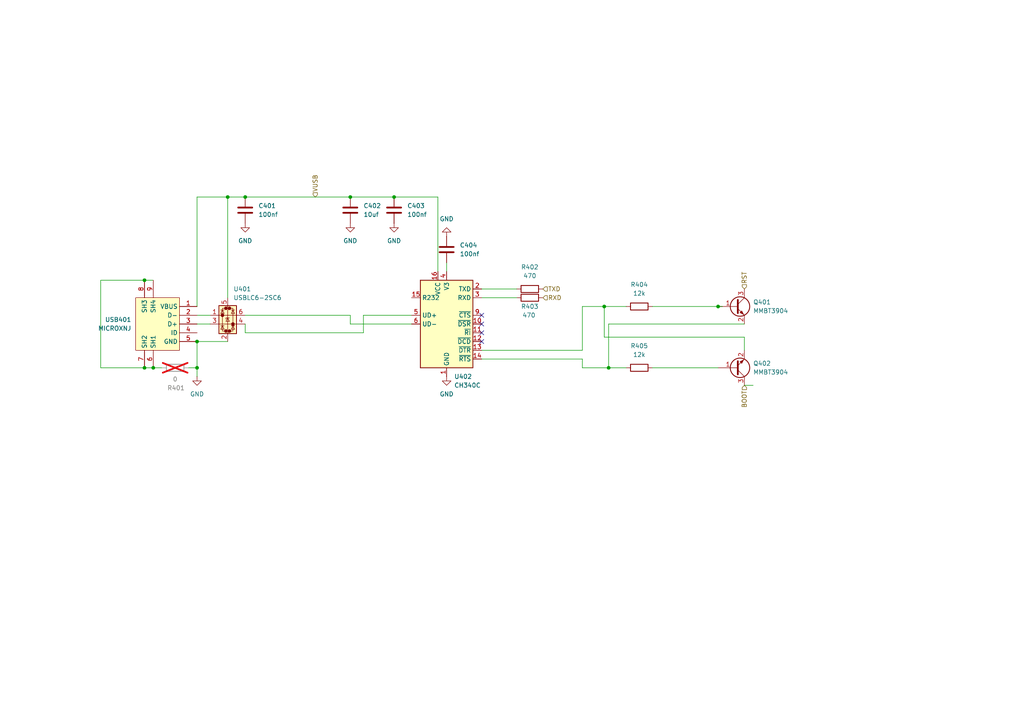
<source format=kicad_sch>
(kicad_sch (version 20231120) (generator "eeschema") (generator_version "8.0")
  (paper "A4")
  (lib_symbols
    (symbol "Device:C" (pin_numbers hide) (pin_names (offset 0.254))
      (property "Reference" "C" (at 0.635 2.54 0))
      (property "Value" "C" (at 0.635 -2.54 0))
      (symbol "C_0_1"
        (polyline (pts (xy -2.032 -0.762) (xy 2.032 -0.762)) (stroke (width 0.508)))
        (polyline (pts (xy -2.032 0.762) (xy 2.032 0.762)) (stroke (width 0.508)))
      )
      (symbol "C_1_1"
        (pin passive line (at 0 3.81 270) (length 2.794) (name "~") (number "1"))
        (pin passive line (at 0 -3.81 90) (length 2.794) (name "~") (number "2"))
      )
    )
    (symbol "Device:R" (pin_numbers hide) (pin_names (offset 0))
      (property "Reference" "R" (at 2.032 0 90))
      (property "Value" "R" (at 0 0 90))
      (symbol "R_0_1"
        (rectangle (start -1.016 -2.54) (end 1.016 2.54) (stroke (width 0.254)))
      )
      (symbol "R_1_1"
        (pin passive line (at 0 3.81 270) (length 1.27) (name "~") (number "1"))
        (pin passive line (at 0 -3.81 90) (length 1.27) (name "~") (number "2"))
      )
    )
    (symbol "Interface_USB:CH340C"
      (property "Reference" "U" (at -5.08 13.97 0))
      (property "Value" "CH340C" (at 1.27 13.97 0))
      (symbol "CH340C_0_1"
        (rectangle (start -7.62 12.7) (end 7.62 -12.7) (stroke (width 0.254)) (fill (type background)))
      )
      (symbol "CH340C_1_1"
        (pin power_in line (at 0 -15.24 90) (length 2.54) (name "GND") (number "1"))
        (pin input line (at 10.16 0 180) (length 2.54) (name "~{DSR}") (number "10"))
        (pin input line (at 10.16 -2.54 180) (length 2.54) (name "~{RI}") (number "11"))
        (pin input line (at 10.16 -5.08 180) (length 2.54) (name "~{DCD}") (number "12"))
        (pin output line (at 10.16 -7.62 180) (length 2.54) (name "~{DTR}") (number "13"))
        (pin output line (at 10.16 -10.16 180) (length 2.54) (name "~{RTS}") (number "14"))
        (pin input line (at -10.16 7.62 0) (length 2.54) (name "R232") (number "15"))
        (pin power_in line (at -2.54 15.24 270) (length 2.54) (name "VCC") (number "16"))
        (pin output line (at 10.16 10.16 180) (length 2.54) (name "TXD") (number "2"))
        (pin input line (at 10.16 7.62 180) (length 2.54) (name "RXD") (number "3"))
        (pin power_out line (at 0 15.24 270) (length 2.54) (name "V3") (number "4"))
        (pin bidirectional line (at -10.16 2.54 0) (length 2.54) (name "UD+") (number "5"))
        (pin bidirectional line (at -10.16 0 0) (length 2.54) (name "UD-") (number "6"))
        (pin no_connect line (at -7.62 -5.08 0) (length 2.54) hide (name "NC") (number "7"))
        (pin no_connect line (at -7.62 -7.62 0) (length 2.54) hide (name "NC") (number "8"))
        (pin input line (at 10.16 2.54 180) (length 2.54) (name "~{CTS}") (number "9"))
      )
    )
    (symbol "Power_Protection:USBLC6-2SC6" (pin_names hide)
      (property "Reference" "U" (at 0.635 5.715 0))
      (property "Value" "USBLC6-2SC6" (at 0.635 3.81 0))
      (symbol "USBLC6-2SC6_0_0"
        (circle (center -1.524 0) (radius 0.0001) (stroke (width 0.508)))
        (circle (center -0.508 -4.572) (radius 0.0001) (stroke (width 0.508)))
        (circle (center -0.508 2.032) (radius 0.0001) (stroke (width 0.508)))
        (circle (center 0.508 -4.572) (radius 0.0001) (stroke (width 0.508)))
        (circle (center 0.508 2.032) (radius 0.0001) (stroke (width 0.508)))
        (circle (center 1.524 -2.54) (radius 0.0001) (stroke (width 0.508)))
      )
      (symbol "USBLC6-2SC6_0_1"
        (polyline (pts (xy -2.54 -2.54) (xy 2.54 -2.54)))
        (polyline (pts (xy -2.54 0) (xy 2.54 0)))
        (polyline (pts (xy -2.032 -3.048) (xy -1.016 -3.048)))
        (polyline (pts (xy -1.016 1.524) (xy -2.032 1.524)))
        (polyline (pts (xy 1.016 -3.048) (xy 2.032 -3.048)))
        (polyline (pts (xy 1.016 1.524) (xy 2.032 1.524)))
        (polyline (pts (xy -0.508 -1.143) (xy -0.508 -0.762) (xy 0.508 -0.762)))
        (polyline (pts (xy -2.032 0.508) (xy -1.016 0.508) (xy -1.524 1.524) (xy -2.032 0.508)))
        (polyline (pts (xy -1.016 -4.064) (xy -2.032 -4.064) (xy -1.524 -3.048) (xy -1.016 -4.064)))
        (polyline (pts (xy 0.508 -1.778) (xy -0.508 -1.778) (xy 0 -0.762) (xy 0.508 -1.778)))
        (polyline (pts (xy 2.032 -4.064) (xy 1.016 -4.064) (xy 1.524 -3.048) (xy 2.032 -4.064)))
        (polyline (pts (xy 2.032 0.508) (xy 1.016 0.508) (xy 1.524 1.524) (xy 2.032 0.508)))
        (polyline (pts (xy 0 2.54) (xy -0.508 2.032) (xy 0.508 2.032) (xy 0 1.524) (xy 0 -4.064) (xy -0.508 -4.572) (xy 0.508 -4.572) (xy 0 -5.08)))
      )
      (symbol "USBLC6-2SC6_1_1"
        (rectangle (start -2.54 2.794) (end 2.54 -5.334) (stroke (width 0.254)) (fill (type background)))
        (polyline (pts (xy -0.508 2.032) (xy -1.524 2.032) (xy -1.524 -4.572) (xy -0.508 -4.572)))
        (polyline (pts (xy 0.508 -4.572) (xy 1.524 -4.572) (xy 1.524 2.032) (xy 0.508 2.032)))
        (pin passive line (at -5.08 0 0) (length 2.54) (name "I/O1") (number "1"))
        (pin passive line (at 0 -7.62 90) (length 2.54) (name "GND") (number "2"))
        (pin passive line (at -5.08 -2.54 0) (length 2.54) (name "I/O2") (number "3"))
        (pin passive line (at 5.08 -2.54 180) (length 2.54) (name "I/O2") (number "4"))
        (pin passive line (at 0 5.08 270) (length 2.54) (name "VBUS") (number "5"))
        (pin passive line (at 5.08 0 180) (length 2.54) (name "I/O1") (number "6"))
      )
    )
    (symbol "Transistor_BJT:MMBT3904" (pin_names (offset 0) hide)
      (property "Reference" "Q" (at 5.08 1.905 0))
      (property "Value" "MMBT3904" (at 5.08 0 0))
      (symbol "MMBT3904_0_1"
        (polyline (pts (xy 0.635 0.635) (xy 2.54 2.54)))
        (polyline (pts (xy 0.635 -0.635) (xy 2.54 -2.54) (xy 2.54 -2.54)))
        (polyline (pts (xy 0.635 1.905) (xy 0.635 -1.905) (xy 0.635 -1.905)) (stroke (width 0.508)))
        (polyline (pts (xy 1.27 -1.778) (xy 1.778 -1.27) (xy 2.286 -2.286) (xy 1.27 -1.778) (xy 1.27 -1.778)) (fill (type outline)))
        (circle (center 1.27 0) (radius 2.8194) (stroke (width 0.254)))
      )
      (symbol "MMBT3904_1_1"
        (pin input line (at -5.08 0 0) (length 5.715) (name "B") (number "1"))
        (pin passive line (at 2.54 -5.08 90) (length 2.54) (name "E") (number "2"))
        (pin passive line (at 2.54 5.08 270) (length 2.54) (name "C") (number "3"))
      )
    )
    (symbol "easyeda2kicad:MICROXNJ"
      (property "Reference" "USB" (at 0 17.78 0))
      (property "Value" "MICROXNJ" (at 0 -17.78 0))
      (symbol "MICROXNJ_0_1"
        (rectangle (start -5.08 7.62) (end 7.62 -7.62) (fill (type background)))
        (pin unspecified line (at -10.16 -5.08 0) (length 5.08) (name "VBUS") (number "1"))
        (pin unspecified line (at -10.16 -2.54 0) (length 5.08) (name "D-") (number "2"))
        (pin unspecified line (at -10.16 0 0) (length 5.08) (name "D+") (number "3"))
        (pin unspecified line (at -10.16 2.54 0) (length 5.08) (name "ID") (number "4"))
        (pin unspecified line (at -10.16 5.08 0) (length 5.08) (name "GND") (number "5"))
        (pin unspecified line (at 2.54 12.7 270) (length 5.08) (name "SH1") (number "6"))
        (pin unspecified line (at 5.08 12.7 270) (length 5.08) (name "SH2") (number "7"))
        (pin unspecified line (at 5.08 -12.7 90) (length 5.08) (name "SH3") (number "8"))
        (pin unspecified line (at 2.54 -12.7 90) (length 5.08) (name "SH4") (number "9"))
      )
    )
    (symbol "power:GND" (power) (pin_numbers hide) (pin_names (offset 0) hide)
      (property "Value" "GND" (at 0 -3.81 0))
      (symbol "GND_0_1"
        (polyline (pts (xy 0 0) (xy 0 -1.27) (xy 1.27 -1.27) (xy 0 -2.54) (xy -1.27 -1.27) (xy 0 -1.27)))
      )
      (symbol "GND_1_1"
        (pin power_in line (at 0 0 270) (length 0) (name "~") (number "1"))
      )
    )
  )
  (junction (at 44.45 106.68))
  (junction (at 176.53 106.68))
  (junction (at 66.04 57.15))
  (junction (at 114.3 57.15))
  (junction (at 175.26 88.9))
  (junction (at 57.15 106.68))
  (junction (at 41.91 106.68))
  (junction (at 71.12 57.15))
  (junction (at 101.6 57.15))
  (junction (at 208.28 88.9))
  (junction (at 41.91 81.28))
  (junction (at 57.15 99.06))
  (no_connect (at 139.7 99.06))
  (no_connect (at 139.7 91.44))
  (no_connect (at 139.7 93.98))
  (no_connect (at 139.7 96.52))
  (wire (pts (xy 114.3 57.15) (xy 127 57.15)))
  (wire (pts (xy 139.7 83.82) (xy 149.86 83.82)))
  (wire (pts (xy 129.54 76.2) (xy 129.54 78.74)))
  (wire (pts (xy 101.6 93.98) (xy 119.38 93.98)))
  (wire (pts (xy 54.61 106.68) (xy 57.15 106.68)))
  (wire (pts (xy 57.15 57.15) (xy 66.04 57.15)))
  (wire (pts (xy 168.91 88.9) (xy 175.26 88.9)))
  (wire (pts (xy 71.12 57.15) (xy 101.6 57.15)))
  (wire (pts (xy 57.15 99.06) (xy 57.15 106.68)))
  (wire (pts (xy 139.7 104.14) (xy 168.91 104.14)))
  (wire (pts (xy 215.9 97.79) (xy 175.26 97.79)))
  (wire (pts (xy 29.21 81.28) (xy 29.21 106.68)))
  (wire (pts (xy 175.26 88.9) (xy 181.61 88.9)))
  (wire (pts (xy 29.21 106.68) (xy 41.91 106.68)))
  (wire (pts (xy 71.12 96.52) (xy 105.41 96.52)))
  (wire (pts (xy 139.7 86.36) (xy 149.86 86.36)))
  (wire (pts (xy 176.53 106.68) (xy 181.61 106.68)))
  (wire (pts (xy 215.9 111.76) (xy 218.44 111.76)))
  (wire (pts (xy 60.96 93.98) (xy 57.15 93.98)))
  (wire (pts (xy 71.12 93.98) (xy 71.12 96.52)))
  (wire (pts (xy 101.6 57.15) (xy 114.3 57.15)))
  (wire (pts (xy 41.91 106.68) (xy 44.45 106.68)))
  (wire (pts (xy 176.53 93.98) (xy 176.53 106.68)))
  (wire (pts (xy 175.26 97.79) (xy 175.26 88.9)))
  (wire (pts (xy 60.96 91.44) (xy 57.15 91.44)))
  (wire (pts (xy 208.28 88.9) (xy 209.55 88.9)))
  (wire (pts (xy 215.9 101.6) (xy 215.9 97.79)))
  (wire (pts (xy 57.15 57.15) (xy 57.15 88.9)))
  (wire (pts (xy 139.7 101.6) (xy 168.91 101.6)))
  (wire (pts (xy 189.23 88.9) (xy 208.28 88.9)))
  (wire (pts (xy 215.9 93.98) (xy 176.53 93.98)))
  (wire (pts (xy 168.91 88.9) (xy 168.91 101.6)))
  (wire (pts (xy 105.41 96.52) (xy 105.41 91.44)))
  (wire (pts (xy 66.04 57.15) (xy 66.04 86.36)))
  (wire (pts (xy 168.91 106.68) (xy 176.53 106.68)))
  (wire (pts (xy 41.91 81.28) (xy 29.21 81.28)))
  (wire (pts (xy 105.41 91.44) (xy 119.38 91.44)))
  (wire (pts (xy 57.15 106.68) (xy 57.15 109.22)))
  (wire (pts (xy 127 57.15) (xy 127 78.74)))
  (wire (pts (xy 71.12 91.44) (xy 101.6 91.44)))
  (wire (pts (xy 66.04 57.15) (xy 71.12 57.15)))
  (wire (pts (xy 189.23 106.68) (xy 208.28 106.68)))
  (wire (pts (xy 44.45 106.68) (xy 46.99 106.68)))
  (wire (pts (xy 41.91 81.28) (xy 44.45 81.28)))
  (wire (pts (xy 57.15 99.06) (xy 66.04 99.06)))
  (wire (pts (xy 101.6 91.44) (xy 101.6 93.98)))
  (wire (pts (xy 168.91 104.14) (xy 168.91 106.68)))
  (hierarchical_label "BOOT" (shape input) (at 215.9 111.76 270))
  (hierarchical_label "RST" (shape input) (at 215.9 83.82 90))
  (hierarchical_label "RXD" (shape input) (at 157.48 86.36 0))
  (hierarchical_label "TXD" (shape input) (at 157.48 83.82 0))
  (hierarchical_label "VUSB" (shape input) (at 91.44 57.15 90))
  (symbol (lib_id "power:GND") (at 101.6 64.77 0) (unit 1)
    (property "Reference" "#PWR0403" (effects (hide yes)))
    (property "Value" "GND" (at 101.6 69.85 0))
    (property "Description" "Power symbol creates a global label with name \"GND\" , ground" (effects (hide yes)))
  )
  (symbol (lib_id "Device:C") (at 129.54 72.39 0) (unit 1)
    (property "Reference" "C404" (at 133.35 71.1199 0) (effects (justify left)))
    (property "Value" "100nf" (at 133.35 73.6599 0) (effects (justify left)))
    (property "Footprint" "Capacitor_SMD:C_0603_1608Metric" (effects (hide yes)))
    (property "Description" "Unpolarized capacitor" (effects (hide yes)))
  )
  (symbol (lib_id "Interface_USB:CH340C") (at 129.54 93.98 0) (unit 1)
    (property "Reference" "U402" (at 131.7341 109.22 0) (effects (justify left)))
    (property "Value" "CH340C" (at 131.7341 111.76 0) (effects (justify left)))
    (property "Footprint" "Package_SO:SOIC-16_3.9x9.9mm_P1.27mm" (effects (hide yes)))
    (property "Datasheet" "https://datasheet.lcsc.com/szlcsc/Jiangsu-Qin-Heng-CH340C_C84681.pdf" (effects (hide yes)))
    (property "Description" "USB serial converter, crystal-less, UART, SOIC-16" (effects (hide yes)))
  )
  (symbol (lib_id "Device:R") (at 153.67 83.82 90) (unit 1)
    (property "Reference" "R402" (at 153.67 77.47 90))
    (property "Value" "470" (at 153.67 80.01 90))
    (property "Footprint" "Resistor_SMD:R_0603_1608Metric" (effects (hide yes)))
    (property "Description" "Resistor" (effects (hide yes)))
  )
  (symbol (lib_id "Device:R") (at 185.42 88.9 270) (unit 1)
    (property "Reference" "R404" (at 185.42 82.55 90))
    (property "Value" "12k" (at 185.42 85.09 90))
    (property "Footprint" "Resistor_SMD:R_0603_1608Metric" (effects (hide yes)))
    (property "Description" "Resistor" (effects (hide yes)))
  )
  (symbol (lib_id "Power_Protection:USBLC6-2SC6") (at 66.04 91.44 0) (unit 1)
    (property "Reference" "U401" (at 67.6911 83.82 0) (effects (justify left)))
    (property "Value" "USBLC6-2SC6" (at 67.6911 86.36 0) (effects (justify left)))
    (property "Footprint" "Package_TO_SOT_SMD:SOT-23-6" (effects (hide yes)))
    (property "Datasheet" "https://www.st.com/resource/en/datasheet/usblc6-2.pdf" (effects (hide yes)))
    (property "Description" "Very low capacitance ESD protection diode, 2 data-line, SOT-23-6" (effects (hide yes)))
  )
  (symbol (lib_id "power:GND") (at 129.54 109.22 0) (unit 1)
    (property "Reference" "#PWR0406" (effects (hide yes)))
    (property "Value" "GND" (at 129.54 114.3 0))
    (property "Description" "Power symbol creates a global label with name \"GND\" , ground" (effects (hide yes)))
  )
  (symbol (lib_id "power:GND") (at 114.3 64.77 0) (unit 1)
    (property "Reference" "#PWR0404" (effects (hide yes)))
    (property "Value" "GND" (at 114.3 69.85 0))
    (property "Description" "Power symbol creates a global label with name \"GND\" , ground" (effects (hide yes)))
  )
  (symbol (lib_id "power:GND") (at 57.15 109.22 0) (unit 1)
    (property "Reference" "#PWR0401" (effects (hide yes)))
    (property "Value" "GND" (at 57.15 114.3 0))
    (property "Description" "Power symbol creates a global label with name \"GND\" , ground" (effects (hide yes)))
  )
  (symbol (lib_id "power:GND") (at 71.12 64.77 0) (unit 1)
    (property "Reference" "#PWR0402" (effects (hide yes)))
    (property "Value" "GND" (at 71.12 69.85 0))
    (property "Description" "Power symbol creates a global label with name \"GND\" , ground" (effects (hide yes)))
  )
  (symbol (lib_id "Device:C") (at 71.12 60.96 0) (unit 1)
    (property "Reference" "C401" (at 74.93 59.6899 0) (effects (justify left)))
    (property "Value" "100nf" (at 74.93 62.2299 0) (effects (justify left)))
    (property "Footprint" "Capacitor_SMD:C_0603_1608Metric" (effects (hide yes)))
    (property "Description" "Unpolarized capacitor" (effects (hide yes)))
  )
  (symbol (lib_id "Transistor_BJT:MMBT3904") (at 213.36 88.9 0) (unit 1)
    (property "Reference" "Q401" (at 218.44 87.6299 0) (effects (justify left)))
    (property "Value" "MMBT3904" (at 218.44 90.1699 0) (effects (justify left)))
    (property "Footprint" "Package_TO_SOT_SMD:SOT-23" (effects (hide yes)))
    (property "Datasheet" "https://www.onsemi.com/pdf/datasheet/pzt3904-d.pdf" (effects (hide yes)))
    (property "Description" "0.2A Ic, 40V Vce, Small Signal NPN Transistor, SOT-23" (effects (hide yes)))
  )
  (symbol (lib_id "Device:R") (at 50.8 106.68 90) (unit 1) (in_bom no) (dnp yes)
    (property "Reference" "R401" (at 51.054 112.522 90))
    (property "Value" "0" (at 50.8 109.982 90))
    (property "Footprint" "Resistor_SMD:R_0603_1608Metric" (effects (hide yes)))
    (property "Description" "Resistor" (effects (hide yes)))
  )
  (symbol (lib_id "Device:C") (at 114.3 60.96 0) (unit 1)
    (property "Reference" "C403" (at 118.11 59.6899 0) (effects (justify left)))
    (property "Value" "100nf" (at 118.11 62.2299 0) (effects (justify left)))
    (property "Footprint" "Capacitor_SMD:C_0603_1608Metric" (effects (hide yes)))
    (property "Description" "Unpolarized capacitor" (effects (hide yes)))
  )
  (symbol (lib_id "easyeda2kicad:MICROXNJ") (at 46.99 93.98 180) (unit 1)
    (property "Reference" "USB401" (at 38.1 92.7099 0) (effects (justify left)))
    (property "Value" "MICROXNJ" (at 38.1 95.2499 0) (effects (justify left)))
    (property "Footprint" "easyeda2kicad:MICRO-USB-SMD_MICROXNJ" (effects (hide yes)))
    (property "Datasheet" "https://lcsc.com/product-detail/USB-Connectors_SHOU-HAN-MicroXNJ_C404969.html" (effects (hide yes)))
    (property "LCSC Part" "C404969" (effects (hide yes)))
  )
  (symbol (lib_id "Transistor_BJT:MMBT3904") (at 213.36 106.68 0) (mirror x) (unit 1)
    (property "Reference" "Q402" (at 218.44 105.4099 0) (effects (justify left)))
    (property "Value" "MMBT3904" (at 218.44 107.9499 0) (effects (justify left)))
    (property "Footprint" "Package_TO_SOT_SMD:SOT-23" (effects (hide yes)))
    (property "Datasheet" "https://www.onsemi.com/pdf/datasheet/pzt3904-d.pdf" (effects (hide yes)))
    (property "Description" "0.2A Ic, 40V Vce, Small Signal NPN Transistor, SOT-23" (effects (hide yes)))
  )
  (symbol (lib_id "Device:C") (at 101.6 60.96 0) (unit 1)
    (property "Reference" "C402" (at 105.41 59.6899 0) (effects (justify left)))
    (property "Value" "10uf" (at 105.41 62.2299 0) (effects (justify left)))
    (property "Footprint" "Capacitor_SMD:C_0603_1608Metric" (effects (hide yes)))
    (property "Description" "Unpolarized capacitor" (effects (hide yes)))
  )
  (symbol (lib_id "Device:R") (at 185.42 106.68 270) (unit 1)
    (property "Reference" "R405" (at 185.42 100.33 90))
    (property "Value" "12k" (at 185.42 102.87 90))
    (property "Footprint" "Resistor_SMD:R_0603_1608Metric" (effects (hide yes)))
    (property "Description" "Resistor" (effects (hide yes)))
  )
  (symbol (lib_id "Device:R") (at 153.67 86.36 270) (unit 1)
    (property "Reference" "R403" (at 153.67 88.9 90))
    (property "Value" "470" (at 153.416 91.44 90))
    (property "Footprint" "Resistor_SMD:R_0603_1608Metric" (effects (hide yes)))
    (property "Description" "Resistor" (effects (hide yes)))
  )
  (symbol (lib_id "power:GND") (at 129.54 68.58 180) (unit 1)
    (property "Reference" "#PWR0405" (effects (hide yes)))
    (property "Value" "GND" (at 129.54 63.5 0))
    (property "Description" "Power symbol creates a global label with name \"GND\" , ground" (effects (hide yes)))
  )
)
</source>
